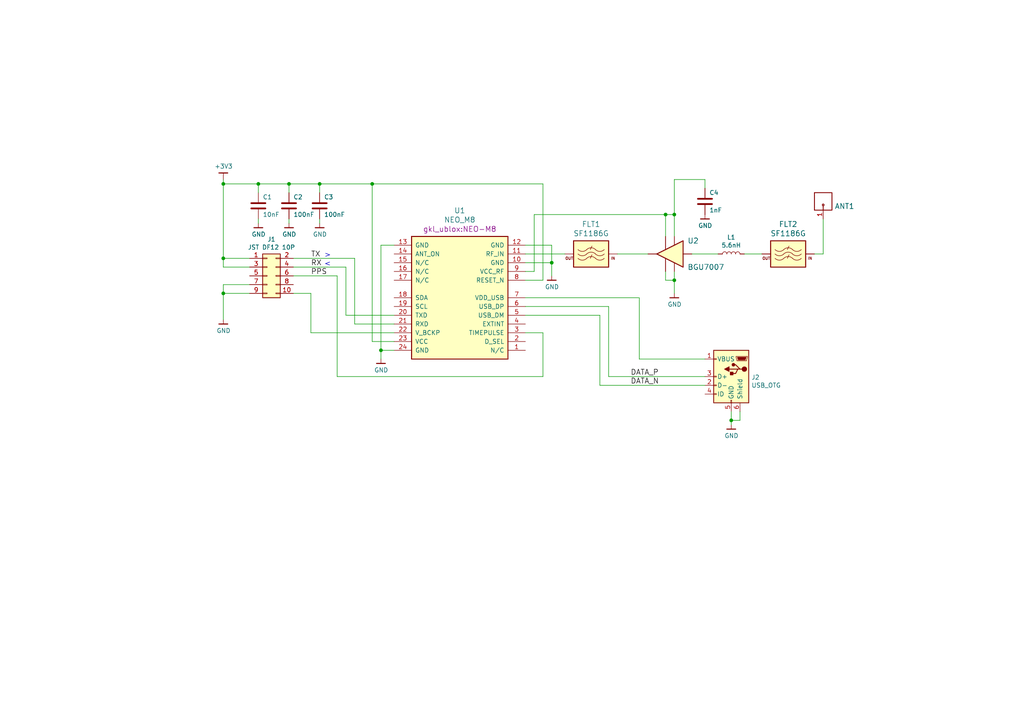
<source format=kicad_sch>
(kicad_sch (version 20230121) (generator eeschema)
  (paper "A4")
  (title_block (title "gpsLoggerLora GPS Board") (date "2018-12-27") (rev "v0.1a") (company "Gregory S Davill") (comment 3 "Featuring a LoRa Tranciever") (comment 4 "Simple GPS logger with low power features"))
  (lib_symbols
    (symbol "gpsDaughterBoard-rescue:+3V3-power" (power) (pin_names (offset 0))
      (property "Value" "+3V3-power" (at 0 3.556 0))
      (symbol "+3V3-power_0_1"
        (polyline (pts (xy -1.27 1.905) (xy 1.27 1.905)) (stroke (width 0.3048)))
        (polyline (pts (xy 0 0) (xy 0 1.905)))
      )
      (symbol "+3V3-power_1_1"
        (pin power_in line (at 0 0 90) (length 0) hide (name "+3V3") (number "1"))
      )
    )
    (symbol "gpsDaughterBoard-rescue:BGU7007-gkl_rf" (pin_names (offset 1.016))
      (property "Reference" "U" (at 3.81 -2.54 0))
      (property "Value" "gkl_rf:BGU7007" (at 7.62 2.54 0))
      (symbol "BGU7007-gkl_rf_0_1"
        (polyline (pts (xy 3.81 0) (xy -3.81 3.81) (xy -3.81 -3.81) (xy 3.81 0)) (stroke (width 0.3048)) (fill (type background)))
      )
      (symbol "BGU7007-gkl_rf_1_1"
        (pin input line (at -1.27 -5.08 90) (length 2.54) (name "GND") (number "1"))
        (pin input line (at 1.27 -5.08 90) (length 3.81) (name "GND") (number "2"))
        (pin input line (at -6.35 0 0) (length 2.54) (name "RF_IN") (number "3"))
        (pin input line (at -1.27 5.08 270) (length 2.54) (name "VCC") (number "4"))
        (pin input line (at 1.27 5.08 270) (length 3.81) (name "ENABLE") (number "5"))
        (pin input line (at 6.35 0 180) (length 2.54) (name "RF_O") (number "6"))
      )
    )
    (symbol "gpsDaughterBoard-rescue:C-device" (pin_numbers hide) (pin_names (offset 0.254))
      (property "Reference" "C" (at 0.635 2.54 0))
      (property "Value" "device:C" (at 0.635 -2.54 0))
      (symbol "C-device_0_1"
        (polyline (pts (xy -2.032 -0.762) (xy 2.032 -0.762)) (stroke (width 0.508)))
        (polyline (pts (xy -2.032 0.762) (xy 2.032 0.762)) (stroke (width 0.508)))
      )
      (symbol "C-device_1_1"
        (pin passive line (at 0 3.81 270) (length 2.794) (name "~") (number "1"))
        (pin passive line (at 0 -3.81 90) (length 2.794) (name "~") (number "2"))
      )
    )
    (symbol "gpsDaughterBoard-rescue:Conn_02x05_Odd_Even-conn" (pin_names (offset 1.016) hide)
      (property "Reference" "J" (at 1.27 7.62 0))
      (property "Value" "conn:Conn_02x05_Odd_Even" (at 1.27 -7.62 0))
      (symbol "Conn_02x05_Odd_Even-conn_1_1"
        (rectangle (start -1.27 -4.953) (end 0 -5.207) (stroke (width 0.1524)))
        (rectangle (start -1.27 -2.413) (end 0 -2.667) (stroke (width 0.1524)))
        (rectangle (start -1.27 0.127) (end 0 -0.127) (stroke (width 0.1524)))
        (rectangle (start -1.27 2.667) (end 0 2.413) (stroke (width 0.1524)))
        (rectangle (start -1.27 5.207) (end 0 4.953) (stroke (width 0.1524)))
        (rectangle (start -1.27 6.35) (end 3.81 -6.35) (stroke (width 0.254)) (fill (type background)))
        (rectangle (start 3.81 -4.953) (end 2.54 -5.207) (stroke (width 0.1524)))
        (rectangle (start 3.81 -2.413) (end 2.54 -2.667) (stroke (width 0.1524)))
        (rectangle (start 3.81 0.127) (end 2.54 -0.127) (stroke (width 0.1524)))
        (rectangle (start 3.81 2.667) (end 2.54 2.413) (stroke (width 0.1524)))
        (rectangle (start 3.81 5.207) (end 2.54 4.953) (stroke (width 0.1524)))
        (pin passive line (at -5.08 5.08 0) (length 3.81) (name "Pin_1") (number "1"))
        (pin passive line (at 7.62 -5.08 180) (length 3.81) (name "Pin_10") (number "10"))
        (pin passive line (at 7.62 5.08 180) (length 3.81) (name "Pin_2") (number "2"))
        (pin passive line (at -5.08 2.54 0) (length 3.81) (name "Pin_3") (number "3"))
        (pin passive line (at 7.62 2.54 180) (length 3.81) (name "Pin_4") (number "4"))
        (pin passive line (at -5.08 0 0) (length 3.81) (name "Pin_5") (number "5"))
        (pin passive line (at 7.62 0 180) (length 3.81) (name "Pin_6") (number "6"))
        (pin passive line (at -5.08 -2.54 0) (length 3.81) (name "Pin_7") (number "7"))
        (pin passive line (at 7.62 -2.54 180) (length 3.81) (name "Pin_8") (number "8"))
        (pin passive line (at -5.08 -5.08 0) (length 3.81) (name "Pin_9") (number "9"))
      )
    )
    (symbol "gpsDaughterBoard-rescue:GND-power" (power) (pin_names (offset 0))
      (property "Value" "GND-power" (at 0 -2.54 0))
      (symbol "GND-power_0_1"
        (polyline (pts (xy 0 -1.27) (xy 0 0)))
        (polyline (pts (xy 1.27 -1.27) (xy -1.27 -1.27)) (stroke (width 0.3048)))
      )
      (symbol "GND-power_1_1"
        (pin power_in line (at 0 0 270) (length 0) hide (name "GND") (number "1"))
      )
    )
    (symbol "gpsDaughterBoard-rescue:L-device" (pin_numbers hide) (pin_names (offset 1.016) hide)
      (property "Reference" "L" (at -1.27 0 90))
      (property "Value" "device:L" (at 1.905 0 90))
      (symbol "L-device_0_1"
        (arc (start 0 -2.54) (mid 0.6323 -1.905) (end 0 -1.27))
        (arc (start 0 -1.27) (mid 0.6323 -0.635) (end 0 0))
        (arc (start 0 0) (mid 0.6323 0.635) (end 0 1.27))
        (arc (start 0 1.27) (mid 0.6323 1.905) (end 0 2.54))
      )
      (symbol "L-device_1_1"
        (pin passive line (at 0 3.81 270) (length 1.27) (name "1") (number "1"))
        (pin passive line (at 0 -3.81 90) (length 1.27) (name "2") (number "2"))
      )
    )
    (symbol "gpsDaughterBoard-rescue:NEO_M8-gkl_rf" (pin_names (offset 1.016))
      (property "Reference" "U" (at 0 17.78 0))
      (property "Value" "gkl_rf:NEO_M8" (at 0 15.24 0))
      (symbol "NEO_M8-gkl_rf_0_1"
        (rectangle (start -13.97 12.7) (end 13.97 -22.86) (stroke (width 0.3048)) (fill (type background)))
      )
      (symbol "NEO_M8-gkl_rf_1_1"
        (pin input line (at 19.05 -20.32 180) (length 5.08) (name "N/C") (number "1"))
        (pin input line (at 19.05 5.08 180) (length 5.08) (name "GND") (number "10"))
        (pin input line (at 19.05 7.62 180) (length 5.08) (name "RF_IN") (number "11"))
        (pin input line (at 19.05 10.16 180) (length 5.08) (name "GND") (number "12"))
        (pin input line (at -19.05 10.16 0) (length 5.08) (name "GND") (number "13"))
        (pin input line (at -19.05 7.62 0) (length 5.08) (name "ANT_ON") (number "14"))
        (pin input line (at -19.05 5.08 0) (length 5.08) (name "N/C") (number "15"))
        (pin input line (at -19.05 2.54 0) (length 5.08) (name "N/C") (number "16"))
        (pin input line (at -19.05 0 0) (length 5.08) (name "N/C") (number "17"))
        (pin input line (at -19.05 -5.08 0) (length 5.08) (name "SDA") (number "18"))
        (pin input line (at -19.05 -7.62 0) (length 5.08) (name "SCL") (number "19"))
        (pin input line (at 19.05 -17.78 180) (length 5.08) (name "D_SEL") (number "2"))
        (pin input line (at -19.05 -10.16 0) (length 5.08) (name "TXD") (number "20"))
        (pin input line (at -19.05 -12.7 0) (length 5.08) (name "RXD") (number "21"))
        (pin input line (at -19.05 -15.24 0) (length 5.08) (name "V_BCKP") (number "22"))
        (pin input line (at -19.05 -17.78 0) (length 5.08) (name "VCC") (number "23"))
        (pin input line (at -19.05 -20.32 0) (length 5.08) (name "GND") (number "24"))
        (pin input line (at 19.05 -15.24 180) (length 5.08) (name "TIMEPULSE") (number "3"))
        (pin input line (at 19.05 -12.7 180) (length 5.08) (name "EXTINT") (number "4"))
        (pin input line (at 19.05 -10.16 180) (length 5.08) (name "USB_DM") (number "5"))
        (pin input line (at 19.05 -7.62 180) (length 5.08) (name "USB_DP") (number "6"))
        (pin input line (at 19.05 -5.08 180) (length 5.08) (name "VDD_USB") (number "7"))
        (pin input line (at 19.05 0 180) (length 5.08) (name "RESET_N") (number "8"))
        (pin input line (at 19.05 2.54 180) (length 5.08) (name "VCC_RF") (number "9"))
      )
    )
    (symbol "gpsDaughterBoard-rescue:SF1186G-gkl_rf" (pin_names (offset 1.016))
      (property "Reference" "FLT" (at -2.54 -5.08 0))
      (property "Value" "gkl_rf:SF1186G" (at 0 5.08 0))
      (symbol "SF1186G-gkl_rf_0_0"
        (arc (start -1.27 -1.27) (mid -2.54 -0.7439) (end -3.81 -1.27))
        (arc (start -1.27 -1.27) (mid 0 -1.7961) (end 1.27 -1.27))
        (arc (start -1.27 0) (mid -2.54 0.5261) (end -3.81 0))
        (arc (start -1.27 0) (mid 0 -0.5261) (end 1.27 0))
        (arc (start -1.27 1.27) (mid -2.54 1.7961) (end -3.81 1.27))
        (arc (start -1.27 1.27) (mid 0 0.7439) (end 1.27 1.27))
        (polyline (pts (xy 0.254 -1.27) (xy -0.254 -2.286)))
        (polyline (pts (xy 0.254 1.27) (xy -0.254 0.254)))
        (arc (start 3.81 -1.27) (mid 2.54 -0.7439) (end 1.27 -1.27))
        (arc (start 3.81 0) (mid 2.54 0.5261) (end 1.27 0))
        (arc (start 3.81 1.27) (mid 2.54 1.7961) (end 1.27 1.27))
        (text "IN" (at -6.35 1.27 0) (effects (font (size 0.762 0.762))))
        (text "OUT" (at 6.35 1.27 0) (effects (font (size 0.762 0.762))))
      )
      (symbol "SF1186G-gkl_rf_0_1"
        (rectangle (start -5.08 3.81) (end 5.08 -3.81) (stroke (width 0.3048)) (fill (type background)))
      )
      (symbol "SF1186G-gkl_rf_1_1"
        (pin input line (at -7.62 0 0) (length 2.54) (name "INPUT") (number "1"))
        (pin input line (at 7.62 0 180) (length 2.54) (name "OUTPUT") (number "3"))
      )
    )
    (symbol "gpsDaughterBoard-rescue:USB_OTG-conn" (pin_names (offset 1.016))
      (property "Reference" "J" (at -5.08 11.43 0))
      (property "Value" "conn:USB_OTG" (at -5.08 8.89 0))
      (symbol "USB_OTG-conn_0_1"
        (rectangle (start -5.08 -7.62) (end 5.08 7.62) (stroke (width 0.254)) (fill (type background)))
        (circle (center -3.81 2.159) (radius 0.635) (stroke (width 0.254)) (fill (type outline)))
        (circle (center -0.635 3.429) (radius 0.381) (stroke (width 0.254)) (fill (type outline)))
        (rectangle (start -0.127 -7.62) (end 0.127 -6.858))
        (polyline (pts (xy -1.905 2.159) (xy 0.635 2.159)) (stroke (width 0.254)))
        (polyline (pts (xy -3.175 2.159) (xy -2.54 2.159) (xy -1.27 3.429) (xy -0.635 3.429)) (stroke (width 0.254)))
        (polyline (pts (xy -2.54 2.159) (xy -1.905 2.159) (xy -1.27 0.889) (xy 0 0.889)) (stroke (width 0.254)))
        (polyline (pts (xy 0.635 2.794) (xy 0.635 1.524) (xy 1.905 2.159) (xy 0.635 2.794)) (stroke (width 0.254)) (fill (type outline)))
        (polyline (pts (xy -4.318 5.588) (xy -1.778 5.588) (xy -2.032 4.826) (xy -4.064 4.826) (xy -4.318 5.588)) (fill (type outline)))
        (polyline (pts (xy -4.699 5.842) (xy -4.699 5.588) (xy -4.445 4.826) (xy -4.445 4.572) (xy -1.651 4.572) (xy -1.651 4.826) (xy -1.397 5.588) (xy -1.397 5.842) (xy -4.699 5.842)))
        (rectangle (start 0.254 1.27) (end -0.508 0.508) (stroke (width 0.254)) (fill (type outline)))
        (rectangle (start 5.08 -5.207) (end 4.318 -4.953))
        (rectangle (start 5.08 -2.667) (end 4.318 -2.413))
        (rectangle (start 5.08 -0.127) (end 4.318 0.127))
        (rectangle (start 5.08 4.953) (end 4.318 5.207))
      )
      (symbol "USB_OTG-conn_1_1"
        (pin power_in line (at 7.62 5.08 180) (length 2.54) (name "VBUS") (number "1"))
        (pin passive line (at 7.62 -2.54 180) (length 2.54) (name "D-") (number "2"))
        (pin passive line (at 7.62 0 180) (length 2.54) (name "D+") (number "3"))
        (pin passive line (at 7.62 -5.08 180) (length 2.54) (name "ID") (number "4"))
        (pin power_in line (at 0 -10.16 90) (length 2.54) (name "GND") (number "5"))
        (pin passive line (at -2.54 -10.16 90) (length 2.54) (name "Shield") (number "6"))
      )
    )
    (symbol "gpsDaughterBoard-rescue:pkl_PATCH_ANTENNA-pkl_misc" (pin_names (offset 1.016))
      (property "Reference" "A" (at 0 3.81 0))
      (symbol "pkl_PATCH_ANTENNA-pkl_misc_0_1"
        (rectangle (start -2.54 0) (end 2.54 5.08) (stroke (width 0.254)))
        (polyline (pts (xy 0 0) (xy 0 1.27)) (stroke (width 0.254)))
        (circle (center 0 1.524) (radius 0.254) (stroke (width 0.254)))
      )
      (symbol "pkl_PATCH_ANTENNA-pkl_misc_1_1"
        (pin passive line (at 0 -2.54 90) (length 2.54) (name "~") (number "1"))
      )
    )
  )
  (junction (at 83.82 53.34))
  (junction (at 193.04 62.23))
  (junction (at 92.71 53.34))
  (junction (at 64.77 53.34))
  (junction (at 195.58 62.23))
  (junction (at 107.95 53.34))
  (junction (at 74.93 53.34))
  (junction (at 64.77 74.93))
  (junction (at 212.09 121.92))
  (junction (at 160.02 76.2))
  (junction (at 110.49 101.6))
  (junction (at 64.77 85.09))
  (junction (at 195.58 81.28))
  (wire (pts (xy 110.49 101.6) (xy 110.49 104.14)))
  (wire (pts (xy 212.09 121.92) (xy 212.09 123.19)))
  (wire (pts (xy 160.02 71.12) (xy 160.02 76.2)))
  (wire (pts (xy 154.94 62.23) (xy 193.04 62.23)))
  (wire (pts (xy 114.3 101.6) (xy 110.49 101.6)))
  (wire (pts (xy 110.49 71.12) (xy 114.3 71.12)))
  (wire (pts (xy 173.99 91.44) (xy 173.99 111.76)))
  (wire (pts (xy 195.58 68.58) (xy 195.58 62.23)))
  (wire (pts (xy 102.87 74.93) (xy 102.87 93.98)))
  (wire (pts (xy 195.58 62.23) (xy 195.58 52.07)))
  (wire (pts (xy 102.87 93.98) (xy 114.3 93.98)))
  (wire (pts (xy 238.76 73.66) (xy 238.76 63.5)))
  (wire (pts (xy 173.99 111.76) (xy 204.47 111.76)))
  (wire (pts (xy 152.4 71.12) (xy 160.02 71.12)))
  (wire (pts (xy 214.63 119.38) (xy 214.63 121.92)))
  (wire (pts (xy 214.63 121.92) (xy 212.09 121.92)))
  (wire (pts (xy 114.3 99.06) (xy 107.95 99.06)))
  (wire (pts (xy 152.4 96.52) (xy 157.48 96.52)))
  (wire (pts (xy 64.77 53.34) (xy 64.77 52.07)))
  (wire (pts (xy 74.93 55.88) (xy 74.93 53.34)))
  (wire (pts (xy 176.53 88.9) (xy 152.4 88.9)))
  (wire (pts (xy 100.33 77.47) (xy 85.09 77.47)))
  (wire (pts (xy 83.82 63.5) (xy 83.82 64.77)))
  (wire (pts (xy 157.48 53.34) (xy 157.48 81.28)))
  (wire (pts (xy 64.77 82.55) (xy 64.77 85.09)))
  (wire (pts (xy 64.77 53.34) (xy 74.93 53.34)))
  (wire (pts (xy 114.3 96.52) (xy 90.17 96.52)))
  (wire (pts (xy 185.42 86.36) (xy 152.4 86.36)))
  (wire (pts (xy 163.83 73.66) (xy 152.4 73.66)))
  (wire (pts (xy 90.17 85.09) (xy 85.09 85.09)))
  (wire (pts (xy 64.77 74.93) (xy 64.77 53.34)))
  (wire (pts (xy 195.58 78.74) (xy 195.58 81.28)))
  (wire (pts (xy 107.95 53.34) (xy 157.48 53.34)))
  (wire (pts (xy 85.09 74.93) (xy 102.87 74.93)))
  (wire (pts (xy 179.07 73.66) (xy 187.96 73.66)))
  (wire (pts (xy 152.4 91.44) (xy 173.99 91.44)))
  (wire (pts (xy 236.22 73.66) (xy 238.76 73.66)))
  (wire (pts (xy 72.39 74.93) (xy 64.77 74.93)))
  (wire (pts (xy 97.79 80.01) (xy 97.79 109.22)))
  (wire (pts (xy 208.28 73.66) (xy 200.66 73.66)))
  (wire (pts (xy 193.04 68.58) (xy 193.04 62.23)))
  (wire (pts (xy 176.53 109.22) (xy 176.53 88.9)))
  (wire (pts (xy 100.33 91.44) (xy 100.33 77.47)))
  (wire (pts (xy 204.47 104.14) (xy 185.42 104.14)))
  (wire (pts (xy 212.09 119.38) (xy 212.09 121.92)))
  (wire (pts (xy 92.71 53.34) (xy 107.95 53.34)))
  (wire (pts (xy 195.58 52.07) (xy 204.47 52.07)))
  (wire (pts (xy 107.95 99.06) (xy 107.95 53.34)))
  (wire (pts (xy 204.47 52.07) (xy 204.47 54.61)))
  (wire (pts (xy 204.47 109.22) (xy 176.53 109.22)))
  (wire (pts (xy 92.71 55.88) (xy 92.71 53.34)))
  (wire (pts (xy 195.58 81.28) (xy 195.58 85.09)))
  (wire (pts (xy 64.77 85.09) (xy 64.77 92.71)))
  (wire (pts (xy 160.02 76.2) (xy 160.02 80.01)))
  (wire (pts (xy 193.04 81.28) (xy 195.58 81.28)))
  (wire (pts (xy 154.94 78.74) (xy 154.94 62.23)))
  (wire (pts (xy 97.79 109.22) (xy 157.48 109.22)))
  (wire (pts (xy 185.42 104.14) (xy 185.42 86.36)))
  (wire (pts (xy 72.39 82.55) (xy 64.77 82.55)))
  (wire (pts (xy 83.82 53.34) (xy 92.71 53.34)))
  (wire (pts (xy 220.98 73.66) (xy 215.9 73.66)))
  (wire (pts (xy 72.39 85.09) (xy 64.77 85.09)))
  (wire (pts (xy 72.39 77.47) (xy 64.77 77.47)))
  (wire (pts (xy 83.82 55.88) (xy 83.82 53.34)))
  (wire (pts (xy 74.93 64.77) (xy 74.93 63.5)))
  (wire (pts (xy 85.09 80.01) (xy 97.79 80.01)))
  (wire (pts (xy 64.77 77.47) (xy 64.77 74.93)))
  (wire (pts (xy 74.93 53.34) (xy 83.82 53.34)))
  (wire (pts (xy 152.4 76.2) (xy 160.02 76.2)))
  (wire (pts (xy 110.49 101.6) (xy 110.49 71.12)))
  (wire (pts (xy 157.48 81.28) (xy 152.4 81.28)))
  (wire (pts (xy 92.71 64.77) (xy 92.71 63.5)))
  (wire (pts (xy 90.17 96.52) (xy 90.17 85.09)))
  (wire (pts (xy 152.4 78.74) (xy 154.94 78.74)))
  (wire (pts (xy 195.58 62.23) (xy 193.04 62.23)))
  (wire (pts (xy 193.04 78.74) (xy 193.04 81.28)))
  (wire (pts (xy 157.48 96.52) (xy 157.48 109.22)))
  (wire (pts (xy 114.3 91.44) (xy 100.33 91.44)))
  (text "<" (at 93.98 77.47 0) (effects (font (size 1.524 1.524)) (justify left bottom)))
  (text ">" (at 93.98 74.93 0) (effects (font (size 1.524 1.524)) (justify left bottom)))
  (label "DATA_P" (at 182.88 109.22 0) (effects (font (size 1.524 1.524))))
  (label "PPS" (at 90.17 80.01 0) (effects (font (size 1.524 1.524))))
  (label "DATA_N" (at 182.88 111.76 0) (effects (font (size 1.524 1.524))))
  (label "TX" (at 90.17 74.93 0) (effects (font (size 1.524 1.524))))
  (label "RX" (at 90.17 77.47 0) (effects (font (size 1.524 1.524))))
  (symbol (lib_id "gpsDaughterBoard-rescue:GND-power") (at 195.58 85.09 0) (unit 1)
    (property "Reference" "#PWR0108" (effects hide))
    (property "Value" "GND" (at 195.6562 88.2904 0))
  )
  (symbol (lib_id "gpsDaughterBoard-rescue:NEO_M8-gkl_rf") (at 133.35 81.28 0) (unit 1)
    (property "Reference" "U1" (at 133.35 61.0616 0) (effects (font (size 1.524 1.524))))
    (property "Value" "NEO_M8" (at 133.35 63.754 0) (effects (font (size 1.524 1.524))))
    (property "Footprint" "gkl_ublox:NEO-M8" (at 133.35 66.4464 0) (effects (font (size 1.524 1.524))))
    (property "Mfg" "Ublox" (effects hide))
    (property "PN" "NEO series" (effects hide))
  )
  (symbol (lib_id "gpsDaughterBoard-rescue:C-device") (at 74.93 59.69 0) (unit 1)
    (property "Reference" "C1" (at 76.2 57.15 0) (effects (justify left)))
    (property "Value" "10nF" (at 76.2 62.23 0) (effects (justify left)))
    (property "Footprint" "pkl_dipol:C_0402" (effects hide))
    (property "Mfg" "Yageo" (effects hide))
    (property "PN" "CC0402KRX7R8BB103" (effects hide))
  )
  (symbol (lib_id "gpsDaughterBoard-rescue:BGU7007-gkl_rf") (at 194.31 73.66 180) (unit 1)
    (property "Reference" "U2" (at 199.39 69.85 0) (effects (font (size 1.524 1.524)) (justify right)))
    (property "Value" "BGU7007" (at 199.39 77.47 0) (effects (font (size 1.524 1.524)) (justify right)))
    (property "Footprint" "gkl_housings_son:XSON6" (effects hide))
    (property "Mfg" "NXP USA Inc." (effects hide))
    (property "PN" "BGU7007,115" (effects hide))
  )
  (symbol (lib_id "gpsDaughterBoard-rescue:SF1186G-gkl_rf") (at 171.45 73.66 180) (unit 1)
    (property "Reference" "FLT1" (at 171.45 65.024 0) (effects (font (size 1.524 1.524))))
    (property "Value" "SF1186G" (at 171.45 67.7164 0) (effects (font (size 1.524 1.524))))
    (property "Footprint" "gkl_housings_son:SAW-5" (effects hide))
    (property "PN" "B39162B8828P810" (effects hide))
    (property "Mfg" "Qualcomm (RF360 - A Qualcomm & TDK Joint Venture)" (effects hide))
  )
  (symbol (lib_id "gpsDaughterBoard-rescue:pkl_PATCH_ANTENNA-pkl_misc") (at 238.76 60.96 0) (unit 1)
    (property "Reference" "ANT1" (at 242.062 59.817 0) (effects (font (size 1.524 1.524)) (justify left)))
    (property "Value" "pkl_PATCH_ANTENNA" (effects hide))
    (property "Footprint" "gkl_antenna:GPS_ANT" (effects hide))
  )
  (symbol (lib_id "gpsDaughterBoard-rescue:Conn_02x05_Odd_Even-conn") (at 77.47 80.01 0) (unit 1)
    (property "Reference" "J1" (at 78.74 69.4182 0))
    (property "Value" "JST DF12 10P" (at 78.74 71.7296 0))
    (property "Footprint" "gkl_conn:DF12(3.0)-10DS-0.5V(86)" (effects hide))
    (property "Mfg" "Hirose Electric Co Ltd" (effects hide))
    (property "PN" "DF12(3.0)-10DS-0.5V(86)" (effects hide))
  )
  (symbol (lib_id "gpsDaughterBoard-rescue:+3V3-power") (at 64.77 52.07 0) (unit 1)
    (property "Reference" "#PWR0101" (effects hide))
    (property "Value" "+3V3" (at 64.8462 48.2346 0))
  )
  (symbol (lib_id "gpsDaughterBoard-rescue:C-device") (at 83.82 59.69 0) (unit 1)
    (property "Reference" "C2" (at 85.09 57.15 0) (effects (justify left)))
    (property "Value" "100nF" (at 85.09 62.23 0) (effects (justify left)))
    (property "Footprint" "pkl_dipol:C_0402" (effects hide))
    (property "Mfg" "Yageo" (effects hide))
    (property "PN" "CC0402KRX5R6BB104" (effects hide))
  )
  (symbol (lib_id "gpsDaughterBoard-rescue:C-device") (at 92.71 59.69 0) (unit 1)
    (property "Reference" "C3" (at 93.98 57.15 0) (effects (justify left)))
    (property "Value" "100nF" (at 93.98 62.23 0) (effects (justify left)))
    (property "Footprint" "pkl_dipol:C_0402" (effects hide))
    (property "Mfg" "Yageo" (effects hide))
    (property "PN" "CC0402KRX5R6BB104" (effects hide))
  )
  (symbol (lib_id "gpsDaughterBoard-rescue:GND-power") (at 64.77 92.71 0) (unit 1)
    (property "Reference" "#PWR0102" (effects hide))
    (property "Value" "GND" (at 64.8462 95.9104 0))
  )
  (symbol (lib_id "gpsDaughterBoard-rescue:GND-power") (at 74.93 64.77 0) (unit 1)
    (property "Reference" "#PWR0103" (effects hide))
    (property "Value" "GND" (at 75.0062 67.9704 0))
  )
  (symbol (lib_id "gpsDaughterBoard-rescue:GND-power") (at 83.82 64.77 0) (unit 1)
    (property "Reference" "#PWR0104" (effects hide))
    (property "Value" "GND" (at 83.8962 67.9704 0))
  )
  (symbol (lib_id "gpsDaughterBoard-rescue:GND-power") (at 92.71 64.77 0) (unit 1)
    (property "Reference" "#PWR0105" (effects hide))
    (property "Value" "GND" (at 92.7862 67.9704 0))
  )
  (symbol (lib_id "gpsDaughterBoard-rescue:SF1186G-gkl_rf") (at 228.6 73.66 180) (unit 1)
    (property "Reference" "FLT2" (at 228.6 65.024 0) (effects (font (size 1.524 1.524))))
    (property "Value" "SF1186G" (at 228.6 67.7164 0) (effects (font (size 1.524 1.524))))
    (property "Footprint" "gkl_housings_son:SAW-5" (effects hide))
    (property "PN" "B39162B8828P810" (effects hide))
    (property "Mfg" "Qualcomm (RF360 - A Qualcomm & TDK Joint Venture)" (effects hide))
  )
  (symbol (lib_id "gpsDaughterBoard-rescue:L-device") (at 212.09 73.66 90) (unit 1)
    (property "Reference" "L1" (at 212.09 68.834 90))
    (property "Value" "5.6nH" (at 212.09 71.1454 90))
    (property "Footprint" "pkl_dipol:L_0402" (effects hide))
  )
  (symbol (lib_id "gpsDaughterBoard-rescue:GND-power") (at 110.49 104.14 0) (unit 1)
    (property "Reference" "#PWR0106" (effects hide))
    (property "Value" "GND" (at 110.5662 107.3404 0))
  )
  (symbol (lib_id "gpsDaughterBoard-rescue:GND-power") (at 160.02 80.01 0) (unit 1)
    (property "Reference" "#PWR0107" (effects hide))
    (property "Value" "GND" (at 160.0962 83.2104 0))
  )
  (symbol (lib_id "gpsDaughterBoard-rescue:C-device") (at 204.47 58.42 0) (unit 1)
    (property "Reference" "C4" (at 205.74 55.88 0) (effects (justify left)))
    (property "Value" "1nF" (at 205.74 60.96 0) (effects (justify left)))
    (property "Footprint" "pkl_dipol:C_0402" (effects hide))
    (property "Mfg" "Yageo" (effects hide))
    (property "PN" "CC0402KRX7R8BB103" (effects hide))
  )
  (symbol (lib_id "gpsDaughterBoard-rescue:GND-power") (at 204.47 62.23 0) (unit 1)
    (property "Reference" "#PWR0109" (effects hide))
    (property "Value" "GND" (at 204.5462 65.4304 0))
  )
  (symbol (lib_id "gpsDaughterBoard-rescue:USB_OTG-conn") (at 212.09 109.22 0) (mirror y) (unit 1)
    (property "Reference" "J2" (at 217.932 109.4486 0) (effects (justify right)))
    (property "Value" "USB_OTG" (at 217.932 111.76 0) (effects (justify right)))
  )
  (symbol (lib_id "gpsDaughterBoard-rescue:GND-power") (at 212.09 123.19 0) (unit 1)
    (property "Reference" "#PWR0110" (effects hide))
    (property "Value" "GND" (at 212.1662 126.3904 0))
  )
)
</source>
